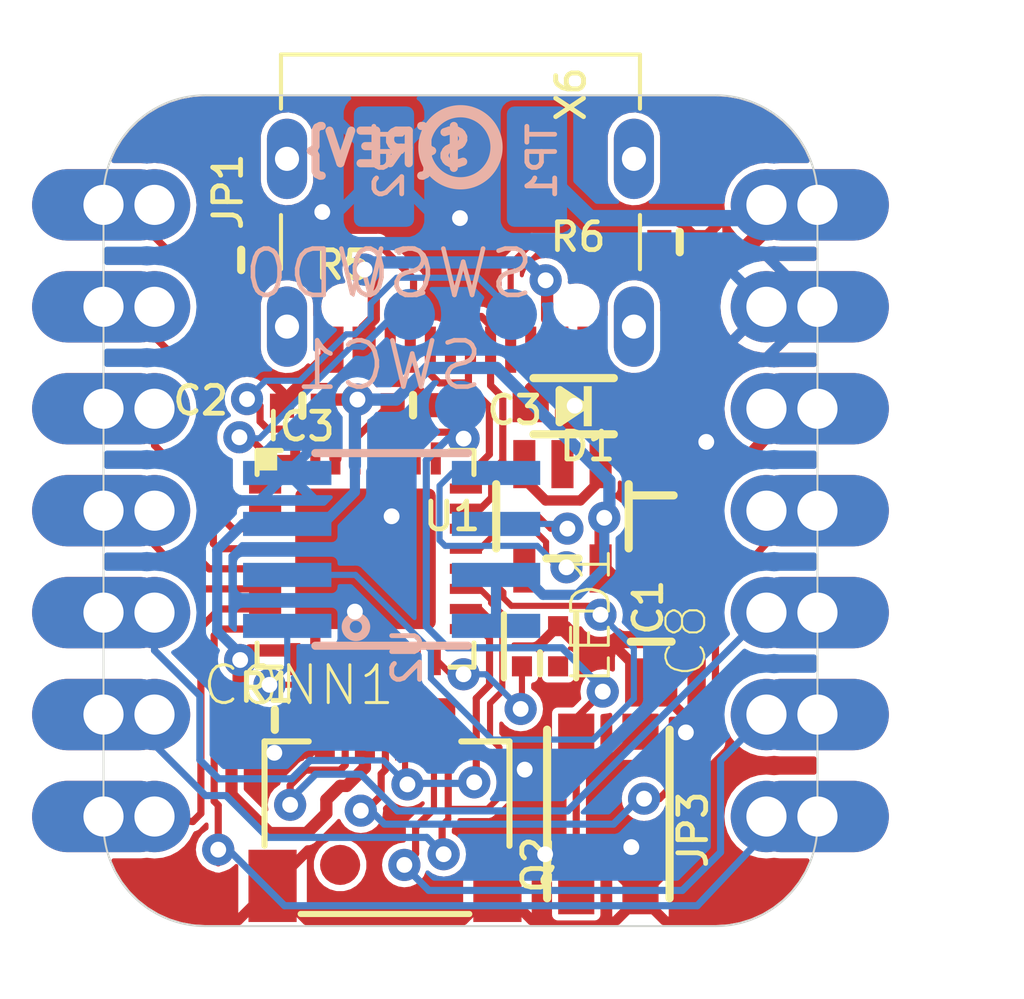
<source format=kicad_pcb>
(kicad_pcb (version 20221018) (generator pcbnew)
  (layers (0 "F.Cu" signal) (1 "In1.Cu" signal) (2 "In2.Cu" signal) (3 "In3.Cu" signal) (4 "In4.Cu" signal) (5 "In5.Cu" signal) (6 "In6.Cu" signal) (7 "In7.Cu" signal) (8 "In8.Cu" signal) (9 "In9.Cu" signal) (10 "In10.Cu" signal) (11 "In11.Cu" signal) (12 "In12.Cu" signal) (13 "In13.Cu" signal) (14 "In14.Cu" signal) (31 "B.Cu" signal) (34 "B.Paste" user) (35 "F.Paste" user) (36 "B.SilkS" user "B.Silkscreen") (37 "F.SilkS" user "F.Silkscreen") (38 "B.Mask" user) (39 "F.Mask" user) (44 "Edge.Cuts" user))
  (net 0 "")
  (net 1 "GND")
  (net 2 "D+")
  (net 3 "D-")
  (net 4 "VBUS")
  (net 5 "~{RESET}")
  (net 6 "3.3V")
  (net 7 "SWCLK")
  (net 8 "SWDIO")
  (net 9 "A0")
  (net 10 "VDDCORE")
  (net 11 "CC1")
  (net 12 "CC2")
  (net 13 "A1")
  (net 14 "TX_A6")
  (net 15 "RX_A7")
  (net 16 "MOSI")
  (net 17 "MISO")
  (net 18 "SCK")
  (net 19 "A2")
  (net 20 "A3")
  (net 21 "SDA")
  (net 22 "SCL")
  (net 23 "NEOPIX")
  (net 24 "NEO_PWR")
  (net 25 "+5V")
  (net 26 "MOSI2")
  (net 27 "SCK2")
  (net 28 "MISO2")
  (net 29 "FLASH_CS")
  (footprint "working:SK6805_1515" (layer "F.Cu") (at 150.4823 108.3818 -90)
    (fp_text reference "LED1")
    (fp_text value "WS2812B_SK6805_1515")
  )
  (footprint "working:_0402NO" (layer "F.Cu") (at 143.0401 98.7552)
    (fp_text reference "R5")
    (fp_text value "5.1K")
  )
  (footprint "working:_0402NO" (layer "F.Cu") (at 153.9621 98.3107 180)
    (fp_text reference "R6")
    (fp_text value "5.1K")
  )
  (footprint "working:1X07_CASTEL" (layer "F.Cu") (at 156.1211 105.0036 90)
    (fp_text reference "JP3")
    (fp_text value "")
  )
  (footprint "working:_0402NO" (layer "F.Cu") (at 144.5641 102.3874 180)
    (fp_text reference "C2")
    (fp_text value "1uF")
  )
  (footprint "working:_0402NO" (layer "F.Cu") (at 147.32 102.3747)
    (fp_text reference "C3")
    (fp_text value "1uF")
  )
  (footprint "working:_0805MP" (layer "F.Cu") (at 153.3017 104.6226 -90)
    (fp_text reference "C1")
    (fp_text value "10uF")
  )
  (footprint "working:SOT23-5" (layer "F.Cu") (at 151.0411 105.1433 180)
    (fp_text reference "U1")
    (fp_text value "AP2112K-3.3")
  )
  (footprint "working:USB_C_CUSB31-CFM2AX-01-X" (layer "F.Cu") (at 148.5011 97.4471 180)
    (fp_text reference "X6")
    (fp_text value "USB TYPE C")
  )
  (footprint "working:BTN_KMR2_4.6X2.8" (layer "F.Cu") (at 152.1841 112.5601 90)
    (fp_text reference "Q2")
    (fp_text value "reset")
  )
  (footprint "working:FIDUCIAL_1MM" (layer "F.Cu") (at 145.5039 113.8301)
    (fp_text reference "U$6" hide)
    (fp_text value "FIDUCIAL_1MM" hide)
  )
  (footprint "working:_0805MP" (layer "F.Cu") (at 153.2509 108.2675 -90)
    (fp_text reference "C8")
    (fp_text value "10uF")
  )
  (footprint "working:FIDUCIAL_1MM" (layer "F.Cu") (at 148.5011 95.6691)
    (fp_text reference "U$8" hide)
    (fp_text value "FIDUCIAL_1MM" hide)
  )
  (footprint "working:_0402NO" (layer "F.Cu") (at 143.8783 110.2106)
    (fp_text reference "R1")
    (fp_text value "5.1K")
  )
  (footprint "working:JST_SH4_SKINNY" (layer "F.Cu") (at 146.6215 112.9665)
    (fp_text reference "CONN1")
    (fp_text value "STEMMA_I2C_QTSKINNY" hide)
  )
  (footprint "working:1X07_CASTEL" (layer "F.Cu") (at 140.8811 105.0036 -90)
    (fp_text reference "JP1")
    (fp_text value "")
  )
  (footprint "working:SOD-323_MINI" (layer "F.Cu") (at 151.3205 102.4001 180)
    (fp_text reference "D1")
    (fp_text value "  NSR0320")
  )
  (footprint "working:QFN32_5MM" (layer "F.Cu") (at 146.136359 106.202482)
    (fp_text reference "IC3")
    (fp_text value "ATSAMD21E")
  )
  (footprint "working:QTPY_TOP" (layer "F.Cu") (at 139.6111 115.3541)
    (fp_text reference "U$13" hide)
    (fp_text value "" hide)
  )
  (footprint "working:B1,27" (layer "B.Cu") (at 148.5011 102.4001 180)
    (fp_text reference "SWC1")
    (fp_text value "TPB1,27")
  )
  (footprint "working:B1,27" (layer "B.Cu") (at 147.2311 100.1141 180)
    (fp_text reference "SWD0")
    (fp_text value "TPB1,27")
  )
  (footprint "working:TESTPOINT_RECT_1X3MM" (layer "B.Cu") (at 150.4061 96.4311 -90)
    (fp_text reference "TP1")
    (fp_text value "")
  )
  (footprint "working:PCBFEAT-REV-040" (layer "B.Cu") (at 148.5011 95.9485 180)
    (fp_text reference "U$12" hide)
    (fp_text value "" hide)
  )
  (footprint "working:TESTPOINT_RECT_1X3MM" (layer "B.Cu") (at 146.5961 96.4311 -90)
    (fp_text reference "TP2")
    (fp_text value "")
  )
  (footprint "working:SOIC8_150MIL" (layer "B.Cu") (at 146.7866 105.9688 90)
    (fp_text reference "U2")
    (fp_text value "")
  )
  (footprint "working:QTPY_BOT" (layer "B.Cu") (at 157.3911 115.3541 180)
    (fp_text reference "U$11" hide)
    (fp_text value "" hide)
  )
  (footprint "working:B1,27" (layer "B.Cu") (at 149.7711 100.1141 180)
    (fp_text reference "SWC0")
    (fp_text value "TPB1,27")
  )
  (gr_line (start 139.6111 112.8141) (end 139.6111 97.1931) (stroke (width 0.05)) (layer "Edge.Cuts"))
  (gr_line (start 154.8511 115.3541) (end 142.1511 115.3541) (stroke (width 0.05)) (layer "Edge.Cuts"))
  (gr_arc (start 154.8511 94.6531) (mid 156.647151 95.397049) (end 157.3911 97.1931) (stroke (width 0.05)) (layer "Edge.Cuts"))
  (gr_line (start 142.1511 94.6531) (end 154.8511 94.6531) (stroke (width 0.05)) (layer "Edge.Cuts"))
  (gr_arc (start 142.1511 115.3541) (mid 140.355049 114.610151) (end 139.6111 112.8141) (stroke (width 0.05)) (layer "Edge.Cuts"))
  (gr_arc (start 139.6111 97.1931) (mid 140.355049 95.397049) (end 142.1511 94.6531) (stroke (width 0.05)) (layer "Edge.Cuts"))
  (gr_line (start 157.3911 97.1931) (end 157.3911 112.8141) (stroke (width 0.05)) (layer "Edge.Cuts"))
  (gr_arc (start 157.3911 112.8141) (mid 156.647151 114.610151) (end 154.8511 115.3541) (stroke (width 0.05)) (layer "Edge.Cuts"))
  (segment (start 145.350643 114.9477) (end 145.351343 114.9484) (width 0.254) (layer "F.Cu") (net 1))
  (segment (start 142.5321 100.5332) (end 142.5321 98.7552) (width 0.254) (layer "F.Cu") (net 1))
  (segment (start 153.0907 108.2753) (end 153.2001 108.1659) (width 0.254) (layer "F.Cu") (net 1))
  (segment (start 143.8215 114.3525) (end 144.4167 114.9477) (width 0.254) (layer "F.Cu") (net 1))
  (segment (start 145.3011 101.0789) (end 145.3011 100.9921) (width 0.3048) (layer "F.Cu") (net 1))
  (segment (start 150.9323 107.8818) (end 151.138 107.8818) (width 0.254) (layer "F.Cu") (net 1))
  (segment (start 146.6596 102.9716) (end 147.2184 102.9716) (width 0.254) (layer "F.Cu") (net 1))
  (segment (start 145.3011 101.0789) (end 144.0561 102.3239) (width 0.3048) (layer "F.Cu") (net 1))
  (segment (start 144.886359 107.452482) (end 146.136359 106.202482) (width 0.254) (layer "F.Cu") (net 1))
  (segment (start 146.386359 105.952482) (end 146.136359 106.202482) (width 0.254) (layer "F.Cu") (net 1))
  (segment (start 147.828 102.3747) (end 147.6121 102.5906) (width 0.254) (layer "F.Cu") (net 1))
  (segment (start 144.70615 111.0361) (end 143.8656 111.0361) (width 0.3048) (layer "F.Cu") (net 1))
  (segment (start 151.138 107.8818) (end 151.5315 108.2753) (width 0.254) (layer "F.Cu") (net 1))
  (segment (start 144.0561 102.3874) (end 144.0561 102.3239) (width 0.3048) (layer "F.Cu") (net 1))
  (segment (start 146.136359 106.202482) (end 146.136359 105.793541) (width 0.254) (layer "F.Cu") (net 1))
  (segment (start 145.090625 110.651625) (end 144.70615 111.0361) (width 0.3048) (layer "F.Cu") (net 1))
  (segment (start 148.8256 114.9484) (end 149.4215 114.3525) (width 0.254) (layer "F.Cu") (net 1))
  (segment (start 153.2001 108.1659) (end 153.2255 108.1659) (width 0.254) (layer "F.Cu") (net 1))
  (segment (start 144.0561 102.3874) (end 144.0561 102.0572) (width 0.254) (layer "F.Cu") (net 1))
  (segment (start 146.386359 103.702482) (end 146.386359 105.952482) (width 0.254) (layer "F.Cu") (net 1))
  (segment (start 145.038759 110.390638) (end 145.1215 110.4525) (width 0.254) (layer "F.Cu") (net 1))
  (segment (start 153.2255 108.1659) (end 153.2509 108.1913) (width 0.254) (layer "F.Cu") (net 1))
  (segment (start 145.351343 114.9484) (end 148.8256 114.9484) (width 0.254) (layer "F.Cu") (net 1))
  (segment (start 144.886359 108.702482) (end 144.886359 107.452482) (width 0.254) (layer "F.Cu") (net 1))
  (segment (start 145.1215 110.4525) (end 145.090625 110.651625) (width 0.3048) (layer "F.Cu") (net 1))
  (segment (start 146.136359 105.793541) (end 146.7866 105.1433) (width 0.254) (layer "F.Cu") (net 1))
  (segment (start 157.3911 99.9236) (end 156.1211 99.9236) (width 0.4064) (layer "F.Cu") (net 1))
  (segment (start 153.2509 108.1913) (end 153.2509 109.2835) (width 0.254) (layer "F.Cu") (net 1))
  (segment (start 151.5315 108.2753) (end 153.0907 108.2753) (width 0.254) (layer "F.Cu") (net 1))
  (segment (start 146.386359 103.244841) (end 146.6596 102.9716) (width 0.254) (layer "F.Cu") (net 1))
  (segment (start 144.4167 114.9477) (end 145.350643 114.9477) (width 0.254) (layer "F.Cu") (net 1))
  (segment (start 147.6121 102.5906) (end 147.5994 102.5906) (width 0.254) (layer "F.Cu") (net 1))
  (segment (start 146.386359 103.702482) (end 146.386359 103.244841) (width 0.254) (layer "F.Cu") (net 1))
  (segment (start 147.5994 102.5906) (end 147.2184 102.9716) (width 0.254) (layer "F.Cu") (net 1))
  (segment (start 144.0561 102.0572) (end 142.5321 100.5332) (width 0.254) (layer "F.Cu") (net 1))
  (via (at 150.6093 113.5634) (size 0.8001) (drill 0.3937) (layers "F.Cu" "B.Cu") (net 1))
  (via (at 148.4884 97.7138) (size 0.8001) (drill 0.3937) (layers "F.Cu" "B.Cu") (net 1))
  (via (at 154.1145 110.5281) (size 0.8001) (drill 0.3937) (layers "F.Cu" "B.Cu") (net 1))
  (via (at 145.0594 97.5614) (size 0.8001) (drill 0.3937) (layers "F.Cu" "B.Cu") (net 1))
  (via (at 150.1013 111.4552) (size 0.8001) (drill 0.3937) (layers "F.Cu" "B.Cu") (net 1))
  (via (at 143.8656 111.0361) (size 0.8001) (drill 0.3937) (layers "F.Cu" "B.Cu") (net 1))
  (via (at 146.7866 105.1433) (size 0.8001) (drill 0.3937) (layers "F.Cu" "B.Cu") (net 1))
  (via (at 145.8722 107.5182) (size 0.8001) (drill 0.3937) (layers "F.Cu" "B.Cu") (net 1))
  (via (at 151.3459 102.3874) (size 0.8001) (drill 0.3937) (layers "F.Cu" "B.Cu") (net 1))
  (via (at 152.7556 113.3856) (size 0.8001) (drill 0.3937) (layers "F.Cu" "B.Cu") (net 1))
  (via (at 154.6225 103.2891) (size 0.8001) (drill 0.3937) (layers "F.Cu" "B.Cu") (net 1))
  (segment (start 147.9677 101.8207) (end 148.628459 101.8207) (width 0.1778) (layer "F.Cu") (net 2))
  (segment (start 149.220559 103.601582) (end 148.636359 104.185782) (width 0.1778) (layer "F.Cu") (net 2))
  (segment (start 147.7511 101.6041) (end 147.9677 101.8207) (width 0.1778) (layer "F.Cu") (net 2))
  (segment (start 148.628459 101.8207) (end 148.699859 101.8921) (width 0.1778) (layer "F.Cu") (net 2))
  (segment (start 147.7511 100.9921) (end 147.7511 101.6041) (width 0.1778) (layer "F.Cu") (net 2))
  (segment (start 148.699859 101.043341) (end 148.7511 100.9921) (width 0.1778) (layer "F.Cu") (net 2))
  (segment (start 149.220559 103.601582) (end 149.220559 102.4128) (width 0.1778) (layer "F.Cu") (net 2))
  (segment (start 148.636359 104.452482) (end 148.636359 104.185782) (width 0.1778) (layer "F.Cu") (net 2))
  (segment (start 149.220559 102.4128) (end 148.699859 101.8921) (width 0.1778) (layer "F.Cu") (net 2))
  (segment (start 148.699859 101.8921) (end 148.699859 101.043341) (width 0.1778) (layer "F.Cu") (net 2))
  (segment (start 148.643062 104.945779) (end 148.636359 104.952482) (width 0.1778) (layer "F.Cu") (net 3))
  (segment (start 149.0218 100.1649) (end 149.2511 100.3942) (width 0.1778) (layer "F.Cu") (net 3))
  (segment (start 149.2511 100.9921) (end 149.2511 101.8811) (width 0.1778) (layer "F.Cu") (net 3))
  (segment (start 149.009309 104.945779) (end 148.643062 104.945779) (width 0.1778) (layer "F.Cu") (net 3))
  (segment (start 148.4757 100.1649) (end 149.0218 100.1649) (width 0.1778) (layer "F.Cu") (net 3))
  (segment (start 148.2511 100.9921) (end 148.2511 100.3895) (width 0.1778) (layer "F.Cu") (net 3))
  (segment (start 149.2511 101.8811) (end 149.5552 102.1852) (width 0.1778) (layer "F.Cu") (net 3))
  (segment (start 148.2511 100.3895) (end 148.4757 100.1649) (width 0.1778) (layer "F.Cu") (net 3))
  (segment (start 149.2511 100.3942) (end 149.2511 100.9921) (width 0.1778) (layer "F.Cu") (net 3))
  (segment (start 149.5552 102.1852) (end 149.5552 103.759) (width 0.1778) (layer "F.Cu") (net 3))
  (segment (start 149.277659 104.677429) (end 149.009309 104.945779) (width 0.1778) (layer "F.Cu") (net 3))
  (segment (start 149.277659 104.036541) (end 149.277659 104.677429) (width 0.1778) (layer "F.Cu") (net 3))
  (segment (start 149.5552 103.759) (end 149.277659 104.036541) (width 0.1778) (layer "F.Cu") (net 3))
  (segment (start 150.3426 101.8719) (end 150.2505 101.964) (width 0.3048) (layer "F.Cu") (net 4))
  (segment (start 150.2505 101.964) (end 150.2505 102.4001) (width 0.3048) (layer "F.Cu") (net 4))
  (segment (start 150.622 99.2632) (end 150.6597 99.3009) (width 0.3048) (layer "F.Cu") (net 4))
  (segment (start 150.6597 100.220057) (end 150.9011 100.461457) (width 0.3048) (layer "F.Cu") (net 4))
  (segment (start 150.51485 101.8719) (end 150.3426 101.8719) (width 0.3048) (layer "F.Cu") (net 4))
  (segment (start 150.6597 99.3009) (end 150.6597 100.220057) (width 0.3048) (layer "F.Cu") (net 4))
  (segment (start 150.9011 100.9921) (end 150.9011 101.48565) (width 0.3048) (layer "F.Cu") (net 4))
  (segment (start 150.9011 100.461457) (end 150.9011 100.9921) (width 0.3048) (layer "F.Cu") (net 4))
  (segment (start 150.9011 101.48565) (end 150.51485 101.8719) (width 0.3048) (layer "F.Cu") (net 4))
  (segment (start 146.1011 100.461457) (end 146.3425 100.220057) (width 0.3048) (layer "F.Cu") (net 4))
  (segment (start 146.3425 99.2255) (end 146.1135 98.9965) (width 0.3048) (layer "F.Cu") (net 4))
  (segment (start 146.1011 100.9921) (end 146.1011 100.461457) (width 0.3048) (layer "F.Cu") (net 4))
  (segment (start 146.3425 100.220057) (end 146.3425 99.2255) (width 0.3048) (layer "F.Cu") (net 4))
  (via (at 150.622 99.2632) (size 0.8001) (drill 0.3937) (layers "F.Cu" "B.Cu") (net 4))
  (via (at 146.1135 98.9965) (size 0.8001) (drill 0.3937) (layers "F.Cu" "B.Cu") (net 4))
  (segment (start 150.1775 98.8187) (end 146.2913 98.8187) (width 0.3048) (layer "B.Cu") (net 4))
  (segment (start 146.2913 98.8187) (end 146.1135 98.9965) (width 0.3048) (layer "B.Cu") (net 4))
  (segment (start 150.1775 98.8187) (end 150.622 99.2632) (width 0.3048) (layer "B.Cu") (net 4))
  (segment (start 151.3232 110.2333) (end 151.3232 110.4492) (width 0.1778) (layer "F.Cu") (net 5))
  (segment (start 151.3232 110.4492) (end 151.3841 110.5101) (width 0.1778) (layer "F.Cu") (net 5))
  (segment (start 151.2063 110.3323) (end 151.3232 110.4492) (width 0.1778) (layer "F.Cu") (net 5))
  (segment (start 151.3841 110.5101) (end 151.3841 114.6101) (width 0.1778) (layer "F.Cu") (net 5))
  (segment (start 147.6756 103.0478) (end 148.419043 103.0478) (width 0.1778) (layer "F.Cu") (net 5))
  (segment (start 148.419043 103.0478) (end 148.579212 103.207969) (width 0.1778) (layer "F.Cu") (net 5))
  (segment (start 147.386359 103.702482) (end 147.386359 103.337041) (width 0.1778) (layer "F.Cu") (net 5))
  (segment (start 147.6756 103.0478) (end 147.386359 103.337041) (width 0.1778) (layer "F.Cu") (net 5))
  (segment (start 152.0444 109.5121) (end 151.3232 110.2333) (width 0.1778) (layer "F.Cu") (net 5))
  (via (at 152.0444 109.5121) (size 0.8001) (drill 0.3937) (layers "F.Cu" "B.Cu") (net 5))
  (via (at 148.579212 103.207969) (size 0.8001) (drill 0.3937) (layers "F.Cu" "B.Cu") (net 5))
  (segment (start 148.188531 103.207969) (end 147.6502 103.7463) (width 0.1778) (layer "B.Cu") (net 5))
  (segment (start 148.5011 102.4001) (end 148.5011 103.129857) (width 0.2032) (layer "B.Cu") (net 5))
  (segment (start 147.6502 103.7463) (end 147.6502 107.8865) (width 0.1778) (layer "B.Cu") (net 5))
  (segment (start 152.0444 109.4359) (end 152.0444 109.5121) (width 0.1778) (layer "B.Cu") (net 5))
  (segment (start 147.6502 107.8865) (end 148.1836 108.4199) (width 0.1778) (layer "B.Cu") (net 5))
  (segment (start 148.579212 103.207969) (end 148.188531 103.207969) (width 0.1778) (layer "B.Cu") (net 5))
  (segment (start 152.0444 109.4359) (end 151.0284 108.4199) (width 0.1778) (layer "B.Cu") (net 5))
  (segment (start 148.5011 103.129857) (end 148.579212 103.207969) (width 0.2032) (layer "B.Cu") (net 5))
  (segment (start 148.1836 108.4199) (end 151.0284 108.4199) (width 0.1778) (layer "B.Cu") (net 5))
  (segment (start 144.386359 108.702482) (end 144.170459 108.486582) (width 0.3048) (layer "F.Cu") (net 6))
  (segment (start 145.0721 102.5271) (end 145.0721 102.3874) (width 0.3048) (layer "F.Cu") (net 6))
  (segment (start 142.7988 112.0902) (end 142.7988 110.7821) (width 0.3048) (layer "F.Cu") (net 6))
  (segment (start 145.5039 111.8616) (end 145.666981 111.8616) (width 0.3048) (layer "F.Cu") (net 6))
  (segment (start 151.9911 106.4434) (end 152.1054 106.4434) (width 0.3048) (layer "F.Cu") (net 6))
  (segment (start 153.2509 107.2515) (end 153.9113 107.2515) (width 0.3048) (layer "F.Cu") (net 6))
  (segment (start 155.9799 102.616569) (end 156.1211 102.4636) (width 0.3048) (layer "F.Cu") (net 6))
  (segment (start 142.9766 109.601) (end 142.9766 109.8169) (width 0.254) (layer "F.Cu") (net 6))
  (segment (start 154.9146 106.2482) (end 154.9146 104.474432) (width 0.3048) (layer "F.Cu") (net 6))
  (segment (start 143.0147 108.7247) (end 142.9766 108.7628) (width 0.3048) (layer "F.Cu") (net 6))
  (segment (start 145.16095 112.54745) (end 145.16095 112.20455) (width 0.3048) (layer "F.Cu") (net 6))
  (segment (start 143.3703 110.2106) (end 142.9766 109.8169) (width 0.254) (layer "F.Cu") (net 6))
  (segment (start 143.252818 108.486582) (end 143.0147 108.7247) (width 0.3048) (layer "F.Cu") (net 6))
  (segment (start 156.1211 102.4636) (end 156.1211 103.167394) (width 0.3048) (layer "F.Cu") (net 6))
  (segment (start 145.16095 112.20455) (end 145.5039 111.8616) (width 0.3048) (layer "F.Cu") (net 6))
  (segment (start 156.1211 103.167394) (end 154.9146 104.474432) (width 0.3048) (layer "F.Cu") (net 6))
  (segment (start 146.1215 111.407082) (end 146.1215 110.4525) (width 0.3048) (layer "F.Cu") (net 6))
  (segment (start 145.666981 111.8616) (end 146.1215 111.407082) (width 0.3048) (layer "F.Cu") (net 6))
  (segment (start 145.9357 102.235) (end 145.2245 102.235) (width 0.3048) (layer "F.Cu") (net 6))
  (segment (start 157.3911 102.4636) (end 156.132868 102.4636) (width 0.3048) (layer "F.Cu") (net 6))
  (segment (start 145.386359 102.84136) (end 145.0721 102.5271) (width 0.3048) (layer "F.Cu") (net 6))
  (segment (start 142.9766 108.7628) (end 142.9766 109.601) (width 0.3048) (layer "F.Cu") (net 6))
  (segment (start 142.7988 110.7821) (end 143.3703 110.2106) (width 0.3048) (layer "F.Cu") (net 6))
  (segment (start 145.0721 102.3874) (end 145.2245 102.235) (width 0.3048) (layer "F.Cu") (net 6))
  (segment (start 156.132868 102.4636) (end 155.9799 102.616569) (width 0.3048) (layer "F.Cu") (net 6))
  (segment (start 154.9146 106.2482) (end 153.9113 107.2515) (width 0.3048) (layer "F.Cu") (net 6))
  (segment (start 152.9135 107.2515) (end 152.1054 106.4434) (width 0.3048) (layer "F.Cu") (net 6))
  (segment (start 144.170459 108.486582) (end 143.252818 108.486582) (width 0.3048) (layer "F.Cu") (net 6))
  (segment (start 152.0825 105.1814) (end 151.9911 105.2728) (width 0.3048) (layer "F.Cu") (net 6))
  (segment (start 144.67205 113.03635) (end 143.74495 113.03635) (width 0.3048) (layer "F.Cu") (net 6))
  (segment (start 144.67205 113.03635) (end 145.16095 112.54745) (width 0.3048) (layer "F.Cu") (net 6))
  (segment (start 153.2509 107.2515) (end 152.9135 107.2515) (width 0.3048) (layer "F.Cu") (net 6))
  (segment (start 151.9911 105.2728) (end 151.9911 106.4434) (width 0.3048) (layer "F.Cu") (net 6))
  (segment (start 143.74495 113.03635) (end 142.7988 112.0902) (width 0.3048) (layer "F.Cu") (net 6))
  (segment (start 145.386359 103.702482) (end 145.386359 102.84136) (width 0.3048) (layer "F.Cu") (net 6))
  (via (at 152.0825 105.1814) (size 0.8001) (drill 0.3937) (layers "F.Cu" "B.Cu") (net 6))
  (via (at 143.0147 108.7247) (size 0.8001) (drill 0.3937) (layers "F.Cu" "B.Cu") (net 6))
  (via (at 145.9357 102.235) (size 0.8001) (drill 0.3937) (layers "F.Cu" "B.Cu") (net 6))
  (segment (start 149.3866 107.8738) (end 149.3866 106.6038) (width 0.254) (layer "B.Cu") (net 6))
  (segment (start 142.9385 108.4961) (end 142.9385 108.6485) (width 0.254) (layer "B.Cu") (net 6))
  (segment (start 142.9385 108.4961) (end 142.4432 108.0008) (width 0.254) (layer "B.Cu") (net 6))
  (segment (start 152.0825 106.4387) (end 152.0825 105.1814) (width 0.254) (layer "B.Cu") (net 6))
  (segment (start 152.0825 105.1814) (end 152.2095 105.0544) (width 0.3048) (layer "B.Cu") (net 6))
  (segment (start 145.8722 103.886) (end 145.8722 104.5337) (width 0.254) (layer "B.Cu") (net 6))
  (segment (start 151.4221 107.0991) (end 152.0825 106.4387) (width 0.254) (layer "B.Cu") (net 6))
  (segment (start 145.8722 102.2985) (end 145.8722 103.886) (width 0.3048) (layer "B.Cu") (net 6))
  (segment (start 152.2095 104.2543) (end 149.4028 101.4476) (width 0.3048) (layer "B.Cu") (net 6))
  (segment (start 145.0721 105.3338) (end 144.1866 105.3338) (width 0.254) (layer "B.Cu") (net 6))
  (segment (start 152.2095 104.2543) (end 152.2095 105.0544) (width 0.3048) (layer "B.Cu") (net 6))
  (segment (start 143.0147 108.7247) (end 142.9385 108.6485) (width 0.254) (layer "B.Cu") (net 6))
  (segment (start 142.4432 108.0008) (end 142.4432 105.9815) (width 0.254) (layer "B.Cu") (net 6))
  (segment (start 145.8722 104.5337) (end 145.0721 105.3338) (width 0.254) (layer "B.Cu") (net 6))
  (segment (start 150.5585 107.0991) (end 151.4221 107.0991) (width 0.254) (layer "B.Cu") (net 6))
  (segment (start 147.6883 101.4476) (end 146.9009 102.235) (width 0.3048) (layer "B.Cu") (net 6))
  (segment (start 147.6883 101.4476) (end 149.4028 101.4476) (width 0.3048) (layer "B.Cu") (net 6))
  (segment (start 143.0909 105.3338) (end 144.1866 105.3338) (width 0.254) (layer "B.Cu") (net 6))
  (segment (start 146.9009 102.235) (end 145.9357 102.235) (width 0.3048) (layer "B.Cu") (net 6))
  (segment (start 145.9357 102.235) (end 145.8722 102.2985) (width 0.3048) (layer "B.Cu") (net 6))
  (segment (start 149.3866 106.6038) (end 150.0632 106.6038) (width 0.254) (layer "B.Cu") (net 6))
  (segment (start 150.0632 106.6038) (end 150.5585 107.0991) (width 0.254) (layer "B.Cu") (net 6))
  (segment (start 142.4432 105.9815) (end 143.0909 105.3338) (width 0.254) (layer "B.Cu") (net 6))
  (segment (start 143.338918 102.223513) (end 143.185781 102.223513) (width 0.1778) (layer "F.Cu") (net 7))
  (segment (start 144.886359 102.9716) (end 143.7005 102.9716) (width 0.1778) (layer "F.Cu") (net 7))
  (segment (start 143.51 102.7811) (end 143.51 102.394594) (width 0.1778) (layer "F.Cu") (net 7))
  (segment (start 143.7005 102.9716) (end 143.51 102.7811) (width 0.1778) (layer "F.Cu") (net 7))
  (segment (start 143.51 102.394594) (end 143.338918 102.223513) (width 0.1778) (layer "F.Cu") (net 7))
  (segment (start 144.886359 103.702482) (end 144.886359 102.9716) (width 0.1778) (layer "F.Cu") (net 7))
  (via (at 143.185781 102.223513) (size 0.8001) (drill 0.3937) (layers "F.Cu" "B.Cu") (net 7))
  (segment (start 146.9136 99.1997) (end 146.2663 99.847) (width 0.1524) (layer "B.Cu") (net 7))
  (segment (start 148.9456 99.1997) (end 146.9136 99.1997) (width 0.1524) (layer "B.Cu") (net 7))
  (segment (start 143.642981 101.766313) (end 144.500131 101.766313) (width 0.1524) (layer "B.Cu") (net 7))
  (segment (start 146.2663 100.2153) (end 145.8722 100.6094) (width 0.1524) (layer "B.Cu") (net 7))
  (segment (start 149.7711 100.1141) (end 149.5806 99.8347) (width 0.1524) (layer "B.Cu") (net 7))
  (segment (start 149.5806 99.8347) (end 148.9456 99.1997) (width 0.1524) (layer "B.Cu") (net 7))
  (segment (start 145.8722 100.6094) (end 145.657043 100.6094) (width 0.1524) (layer "B.Cu") (net 7))
  (segment (start 143.185781 102.223513) (end 143.642981 101.766313) (width 0.1524) (layer "B.Cu") (net 7))
  (segment (start 146.2663 99.847) (end 146.2663 100.2153) (width 0.1524) (layer "B.Cu") (net 7))
  (segment (start 144.500131 101.766313) (end 145.657043 100.6094) (width 0.1524) (layer "B.Cu") (net 7))
  (segment (start 144.386359 103.702482) (end 143.764631 103.702482) (width 0.1778) (layer "F.Cu") (net 8))
  (segment (start 142.99565 103.1748) (end 143.23695 103.1748) (width 0.1778) (layer "F.Cu") (net 8))
  (segment (start 143.764631 103.702482) (end 143.23695 103.1748) (width 0.1778) (layer "F.Cu") (net 8))
  (via (at 142.99565 103.1748) (size 0.8001) (drill 0.3937) (layers "F.Cu" "B.Cu") (net 8))
  (segment (start 142.99565 103.1748) (end 143.02105 103.2002) (width 0.1524) (layer "B.Cu") (net 8))
  (segment (start 146.0627 100.9142) (end 145.7833 100.9142) (width 0.1524) (layer "B.Cu") (net 8))
  (segment (start 146.8628 100.1141) (end 146.0627 100.9142) (width 0.1778) (layer "B.Cu") (net 8))
  (segment (start 147.2311 100.1141) (end 146.8628 100.1141) (width 0.1778) (layer "B.Cu") (net 8))
  (segment (start 145.7833 100.9142) (end 143.4973 103.2002) (width 0.1524) (layer "B.Cu") (net 8))
  (segment (start 143.4973 103.2002) (end 143.02105 103.2002) (width 0.1524) (layer "B.Cu") (net 8))
  (segment (start 139.6111 97.3836) (end 140.8811 97.3836) (width 0.4064) (layer "F.Cu") (net 9))
  (segment (start 142.830875 105.452482) (end 142.6845 105.306107) (width 0.1778) (layer "F.Cu") (net 9))
  (segment (start 140.8811 97.3836) (end 140.8811 98.1837) (width 0.1778) (layer "F.Cu") (net 9))
  (segment (start 142.0241 99.3267) (end 140.8811 98.1837) (width 0.1778) (layer "F.Cu") (net 9))
  (segment (start 142.6845 104.0892) (end 142.3543 103.759) (width 0.1778) (layer "F.Cu") (net 9))
  (segment (start 142.3543 103.759) (end 142.3543 101.6508) (width 0.1778) (layer "F.Cu") (net 9))
  (segment (start 142.6845 105.306107) (end 142.6845 104.0892) (width 0.1778) (layer "F.Cu") (net 9))
  (segment (start 142.3543 101.6508) (end 142.0241 101.3206) (width 0.1778) (layer "F.Cu") (net 9))
  (segment (start 143.636359 105.452482) (end 142.830875 105.452482) (width 0.1778) (layer "F.Cu") (net 9))
  (segment (start 142.0241 99.3267) (end 142.0241 101.3206) (width 0.1778) (layer "F.Cu") (net 9))
  (segment (start 145.886359 103.702482) (end 145.886359 103.211441) (width 0.1778) (layer "F.Cu") (net 10))
  (segment (start 146.812 102.3747) (end 146.7231 102.3747) (width 0.1778) (layer "F.Cu") (net 10))
  (segment (start 146.7231 102.3747) (end 145.886359 103.211441) (width 0.1778) (layer "F.Cu") (net 10))
  (segment (start 149.7511 98.8641) (end 150.3045 98.3107) (width 0.1524) (layer "F.Cu") (net 11))
  (segment (start 150.3045 98.3107) (end 153.4541 98.3107) (width 0.1524) (layer "F.Cu") (net 11))
  (segment (start 149.7511 100.9921) (end 149.7511 98.8641) (width 0.1524) (layer "F.Cu") (net 11))
  (segment (start 146.4564 98.3488) (end 143.9545 98.3488) (width 0.1778) (layer "F.Cu") (net 12))
  (segment (start 146.4564 98.3488) (end 147.3327 99.2251) (width 0.1778) (layer "F.Cu") (net 12))
  (segment (start 147.3327 99.2251) (end 147.3327 99.7755) (width 0.1778) (layer "F.Cu") (net 12))
  (segment (start 147.3327 99.7755) (end 146.7511 100.3571) (width 0.1778) (layer "F.Cu") (net 12))
  (segment (start 146.7511 100.9921) (end 146.7511 100.3571) (width 0.1778) (layer "F.Cu") (net 12))
  (segment (start 143.9545 98.3488) (end 143.5481 98.7552) (width 0.1778) (layer "F.Cu") (net 12))
  (segment (start 140.8811 99.9236) (end 140.9573 100.1268) (width 0.1778) (layer "F.Cu") (net 13))
  (segment (start 140.9573 100.748357) (end 142.0241 101.815157) (width 0.1778) (layer "F.Cu") (net 13))
  (segment (start 143.636359 105.952482) (end 142.475275 105.952482) (width 0.1778) (layer "F.Cu") (net 13))
  (segment (start 142.475275 105.952482) (end 142.347362 105.824569) (width 0.1778) (layer "F.Cu") (net 13))
  (segment (start 142.0241 104.0384) (end 142.0241 101.815157) (width 0.1778) (layer "F.Cu") (net 13))
  (segment (start 140.9573 100.1268) (end 140.9573 100.748357) (width 0.1778) (layer "F.Cu") (net 13))
  (segment (start 139.6111 99.9236) (end 140.8811 99.9236) (width 0.4064) (layer "F.Cu") (net 13))
  (segment (start 142.347362 105.824569) (end 142.347362 104.361663) (width 0.1778) (layer "F.Cu") (net 13))
  (segment (start 142.347362 104.361663) (end 142.0241 104.0384) (width 0.1778) (layer "F.Cu") (net 13))
  (segment (start 143.636359 107.452482) (end 142.496218 107.452482) (width 0.1778) (layer "F.Cu") (net 14))
  (segment (start 142.496218 107.452482) (end 142.0368 107.9119) (width 0.1778) (layer "F.Cu") (net 14))
  (segment (start 142.0368 107.9119) (end 142.0368 112.5474) (width 0.1778) (layer "F.Cu") (net 14))
  (segment (start 141.8336 112.7506) (end 140.8811 112.6236) (width 0.1778) (layer "F.Cu") (net 14))
  (segment (start 142.0368 112.5474) (end 141.8336 112.7506) (width 0.1778) (layer "F.Cu") (net 14))
  (segment (start 139.6111 112.6236) (end 140.8811 112.6236) (width 0.4064) (layer "F.Cu") (net 14))
  (segment (start 142.4686 112.3442) (end 142.367 112.2426) (width 0.1778) (layer "F.Cu") (net 15))
  (segment (start 142.367 108.1151) (end 142.367 112.2426) (width 0.1778) (layer "F.Cu") (net 15))
  (segment (start 142.4686 112.3442) (end 142.4686 113.4491) (width 0.1778) (layer "F.Cu") (net 15))
  (segment (start 143.636359 107.952482) (end 142.529618 107.952482) (width 0.1778) (layer "F.Cu") (net 15))
  (segment (start 142.4686 113.7793) (end 142.4686 113.4491) (width 0.1778) (layer "F.Cu") (net 15))
  (segment (start 157.3911 112.6236) (end 156.1211 112.6236) (width 0.4064) (layer "F.Cu") (net 15))
  (segment (start 142.529618 107.952482) (end 142.367 108.1151) (width 0.1778) (layer "F.Cu") (net 15))
  (via (at 142.4686 113.4491) (size 0.8001) (drill 0.3937) (layers "F.Cu" "B.Cu") (net 15))
  (segment (start 144.1196 114.8461) (end 142.7226 113.4491) (width 0.1778) (layer "B.Cu") (net 15))
  (segment (start 142.4686 113.4491) (end 142.7226 113.4491) (width 0.1778) (layer "B.Cu") (net 15))
  (segment (start 144.1196 114.8461) (end 154.399343 114.8461) (width 0.1778) (layer "B.Cu") (net 15))
  (segment (start 156.1211 113.019994) (end 156.1211 112.6236) (width 0.1778) (layer "B.Cu") (net 15))
  (segment (start 156.1211 113.019994) (end 154.399343 114.8461) (width 0.1778) (layer "B.Cu") (net 15))
  (segment (start 157.3911 105.0036) (end 156.1211 105.0036) (width 0.4064) (layer "F.Cu") (net 16))
  (segment (start 146.5262 112.09655) (end 146.1452 112.47755) (width 0.1778) (layer "F.Cu") (net 16))
  (segment (start 146.5262 111.56315) (end 146.5262 112.09655) (width 0.1778) (layer "F.Cu") (net 16))
  (segment (start 156.1211 105.8164) (end 154.8511 107.2134) (width 0.1778) (layer "F.Cu") (net 16))
  (segment (start 146.5262 111.56315) (end 146.630959 111.458391) (width 0.1778) (layer "F.Cu") (net 16))
  (segment (start 146.630959 109.57236) (end 146.3675 109.3089) (width 0.1778) (layer "F.Cu") (net 16))
  (segment (start 146.0182 112.47755) (end 146.1452 112.47755) (width 0.1778) (layer "F.Cu") (net 16))
  (segment (start 154.8511 110.7821) (end 153.4541 112.1791) (width 0.1778) (layer "F.Cu") (net 16))
  (segment (start 146.3675 108.721341) (end 146.386359 108.702482) (width 0.1778) (layer "F.Cu") (net 16))
  (segment (start 154.8511 110.7821) (end 154.8511 107.2134) (width 0.1778) (layer "F.Cu") (net 16))
  (segment (start 156.1211 105.0036) (end 156.1211 105.8164) (width 0.1778) (layer "F.Cu") (net 16))
  (segment (start 146.630959 111.458391) (end 146.630959 109.57236) (width 0.1778) (layer "F.Cu") (net 16))
  (segment (start 153.0731 112.1791) (end 153.4541 112.1791) (width 0.1778) (layer "F.Cu") (net 16))
  (segment (start 146.3675 109.3089) (end 146.3675 108.721341) (width 0.1778) (layer "F.Cu") (net 16))
  (via (at 153.0731 112.1791) (size 0.8001) (drill 0.3937) (layers "F.Cu" "B.Cu") (net 16))
  (via (at 146.0182 112.47755) (size 0.8001) (drill 0.3937) (layers "F.Cu" "B.Cu") (net 16))
  (segment (start 153.0096 112.1156) (end 153.0731 112.1791) (width 0.1778) (layer "B.Cu") (net 16))
  (segment (start 146.60875 112.8141) (end 152.3111 112.8141) (width 0.1778) (layer "B.Cu") (net 16))
  (segment (start 146.60875 112.8141) (end 146.2722 112.47755) (width 0.1778) (layer "B.Cu") (net 16))
  (segment (start 152.3111 112.8141) (end 153.0096 112.1156) (width 0.1778) (layer "B.Cu") (net 16))
  (segment (start 146.2722 112.47755) (end 146.0182 112.47755) (width 0.1778) (layer "B.Cu") (net 16))
  (segment (start 145.5039 111.4679) (end 144.6403 111.4679) (width 0.1778) (layer "F.Cu") (net 17))
  (segment (start 144.2593 111.8489) (end 144.2593 112.3315) (width 0.1778) (layer "F.Cu") (net 17))
  (segment (start 157.3911 107.5436) (end 156.1211 107.5436) (width 0.4064) (layer "F.Cu") (net 17))
  (segment (start 145.886359 109.143591) (end 145.6302 109.39975) (width 0.1778) (layer "F.Cu") (net 17))
  (segment (start 145.6302 109.39975) (end 145.6302 111.3416) (width 0.1778) (layer "F.Cu") (net 17))
  (segment (start 145.6302 111.3416) (end 145.5039 111.4679) (width 0.1778) (layer "F.Cu") (net 17))
  (segment (start 145.886359 108.702482) (end 145.886359 109.143591) (width 0.1778) (layer "F.Cu") (net 17))
  (segment (start 144.6403 111.4679) (end 144.2593 111.8489) (width 0.1778) (layer "F.Cu") (net 17))
  (via (at 144.2593 112.3315) (size 0.8001) (drill 0.3937) (layers "F.Cu" "B.Cu") (net 17))
  (segment (start 144.8943 111.5695) (end 146.019293 111.5695) (width 0.1778) (layer "B.Cu") (net 17))
  (segment (start 144.2593 112.2045) (end 144.8943 111.5695) (width 0.1778) (layer "B.Cu") (net 17))
  (segment (start 156.1084 107.5436) (end 156.1211 107.5436) (width 0.1778) (layer "B.Cu") (net 17))
  (segment (start 151.1681 112.4839) (end 156.1084 107.5436) (width 0.1778) (layer "B.Cu") (net 17))
  (segment (start 146.019293 111.5695) (end 146.933693 112.4839) (width 0.1778) (layer "B.Cu") (net 17))
  (segment (start 146.933693 112.4839) (end 151.1681 112.4839) (width 0.1778) (layer "B.Cu") (net 17))
  (segment (start 144.2593 112.3315) (end 144.2593 112.2045) (width 0.1778) (layer "B.Cu") (net 17))
  (segment (start 146.886359 109.14196) (end 147.1679 109.4235) (width 0.1524) (layer "F.Cu") (net 18))
  (segment (start 147.3835 112.8903) (end 147.3835 113.5507) (width 0.1778) (layer "F.Cu") (net 18))
  (segment (start 147.6001 111.2781) (end 147.8407 111.5187) (width 0.1524) (layer "F.Cu") (net 18))
  (segment (start 147.1679 109.4235) (end 147.516987 109.4235) (width 0.1524) (layer "F.Cu") (net 18))
  (segment (start 157.3911 110.0836) (end 156.1211 110.0836) (width 0.4064) (layer "F.Cu") (net 18))
  (segment (start 146.886359 108.702482) (end 146.886359 109.14196) (width 0.1524) (layer "F.Cu") (net 18))
  (segment (start 147.8407 111.5187) (end 147.8407 112.4331) (width 0.1524) (layer "F.Cu") (net 18))
  (segment (start 147.6001 109.506613) (end 147.6001 111.2781) (width 0.1524) (layer "F.Cu") (net 18))
  (segment (start 147.516987 109.4235) (end 147.6001 109.506613) (width 0.1524) (layer "F.Cu") (net 18))
  (segment (start 147.8407 112.4331) (end 147.3835 112.8903) (width 0.1778) (layer "F.Cu") (net 18))
  (segment (start 147.1041 113.8301) (end 147.3835 113.5507) (width 0.1778) (layer "F.Cu") (net 18))
  (via (at 147.1041 113.8301) (size 0.8001) (drill 0.3937) (layers "F.Cu" "B.Cu") (net 18))
  (segment (start 154.0256 114.4651) (end 147.7137 114.4651) (width 0.1778) (layer "B.Cu") (net 18))
  (segment (start 154.9781 113.5126) (end 154.0256 114.4651) (width 0.1778) (layer "B.Cu") (net 18))
  (segment (start 147.1041 113.8301) (end 147.1041 113.8555) (width 0.1778) (layer "B.Cu") (net 18))
  (segment (start 147.7137 114.4651) (end 147.1041 113.8555) (width 0.1778) (layer "B.Cu") (net 18))
  (segment (start 154.9781 111.2266) (end 154.9781 113.5126) (width 0.1778) (layer "B.Cu") (net 18))
  (segment (start 156.1211 110.0836) (end 154.9781 111.2266) (width 0.1778) (layer "B.Cu") (net 18))
  (segment (start 140.8811 102.4636) (end 140.971012 102.486391) (width 0.1778) (layer "F.Cu") (net 19))
  (segment (start 142.241081 106.452482) (end 143.636359 106.452482) (width 0.1778) (layer "F.Cu") (net 19))
  (segment (start 140.948221 102.4636) (end 140.971012 102.486391) (width 0.4064) (layer "F.Cu") (net 19))
  (segment (start 142.017162 104.510441) (end 140.8811 103.374379) (width 0.1778) (layer "F.Cu") (net 19))
  (segment (start 139.6111 102.4636) (end 140.948221 102.4636) (width 0.4064) (layer "F.Cu") (net 19))
  (segment (start 140.8811 102.4636) (end 140.8811 103.374379) (width 0.1778) (layer "F.Cu") (net 19))
  (segment (start 142.017162 106.228563) (end 142.241081 106.452482) (width 0.1778) (layer "F.Cu") (net 19))
  (segment (start 142.017162 104.510441) (end 142.017162 106.228563) (width 0.1778) (layer "F.Cu") (net 19))
  (segment (start 141.908387 106.952482) (end 143.636359 106.952482) (width 0.1778) (layer "F.Cu") (net 20))
  (segment (start 139.6111 105.0036) (end 140.876971 105.0036) (width 0.4064) (layer "F.Cu") (net 20))
  (segment (start 140.8811 105.0036) (end 140.8811 105.853582) (width 0.1778) (layer "F.Cu") (net 20))
  (segment (start 140.8811 105.0036) (end 140.940328 105.066957) (width 0.1778) (layer "F.Cu") (net 20))
  (segment (start 141.908387 106.952482) (end 140.8811 105.853582) (width 0.1778) (layer "F.Cu") (net 20))
  (segment (start 140.876971 105.0036) (end 140.940328 105.066957) (width 0.4064) (layer "F.Cu") (net 20))
  (segment (start 147.1215 110.4525) (end 147.1215 111.7647) (width 0.1524) (layer "F.Cu") (net 21))
  (segment (start 149.011581 107.952482) (end 149.011581 107.986675) (width 0.1524) (layer "F.Cu") (net 21))
  (segment (start 147.1803 111.8235) (end 147.1215 111.7647) (width 0.1524) (layer "F.Cu") (net 21))
  (segment (start 149.225 109.347) (end 148.8948 109.6772) (width 0.1778) (layer "F.Cu") (net 21))
  (segment (start 149.225 108.200094) (end 149.225 109.347) (width 0.1778) (layer "F.Cu") (net 21))
  (segment (start 149.225 108.200094) (end 149.011581 107.986675) (width 0.1524) (layer "F.Cu") (net 21))
  (segment (start 139.6111 107.5436) (end 140.8811 107.5436) (width 0.4064) (layer "F.Cu") (net 21))
  (segment (start 148.844 111.7727) (end 148.8948 111.7219) (width 0.1778) (layer "F.Cu") (net 21))
  (segment (start 148.8948 109.6772) (end 148.8948 111.7219) (width 0.1778) (layer "F.Cu") (net 21))
  (segment (start 148.636359 107.952482) (end 149.011581 107.952482) (width 0.1778) (layer "F.Cu") (net 21))
  (via (at 147.1803 111.8235) (size 0.8001) (drill 0.3937) (layers "F.Cu" "B.Cu") (net 21))
  (via (at 148.844 111.7727) (size 0.8001) (drill 0.3937) (layers "F.Cu" "B.Cu") (net 21))
  (segment (start 142.0114 109.615413) (end 142.0114 111.2139) (width 0.1778) (layer "B.Cu") (net 21))
  (segment (start 147.2819 111.7981) (end 147.2311 111.8489) (width 0.1778) (layer "B.Cu") (net 21))
  (segment (start 147.2311 111.8489) (end 147.2057 111.8489) (width 0.1778) (layer "B.Cu") (net 21))
  (segment (start 142.4813 111.6838) (end 144.2974 111.6838) (width 0.1778) (layer "B.Cu") (net 21))
  (segment (start 148.844 111.7727) (end 148.8694 111.7981) (width 0.1778) (layer "B.Cu") (net 21))
  (segment (start 144.2974 111.6838) (end 144.7546 111.2266) (width 0.1778) (layer "B.Cu") (net 21))
  (segment (start 147.1803 111.8235) (end 146.5834 111.2266) (width 0.1524) (layer "B.Cu") (net 21))
  (segment (start 148.8694 111.7981) (end 147.2819 111.7981) (width 0.1778) (layer "B.Cu") (net 21))
  (segment (start 140.8811 108.485113) (end 142.0114 109.615413) (width 0.1778) (layer "B.Cu") (net 21))
  (segment (start 147.2057 111.8489) (end 147.1803 111.8235) (width 0.1778) (layer "B.Cu") (net 21))
  (segment (start 142.0114 111.2139) (end 142.4813 111.6838) (width 0.1778) (layer "B.Cu") (net 21))
  (segment (start 144.7546 111.2266) (end 146.0754 111.2266) (width 0.1778) (layer "B.Cu") (net 21))
  (segment (start 146.5834 111.2266) (end 146.0754 111.2266) (width 0.1524) (layer "B.Cu") (net 21))
  (segment (start 140.8811 107.5436) (end 140.8811 108.485113) (width 0.1778) (layer "B.Cu") (net 21))
  (segment (start 148.1963 110.5273) (end 148.1963 112.4331) (width 0.1778) (layer "F.Cu") (net 22))
  (segment (start 149.1742 112.4331) (end 148.1963 112.4331) (width 0.1524) (layer "F.Cu") (net 22))
  (segment (start 148.0439 112.8395) (end 148.1963 112.6871) (width 0.1524) (layer "F.Cu") (net 22))
  (segment (start 149.5425 109.49935) (end 149.2377 109.80415) (width 0.1524) (layer "F.Cu") (net 22))
  (segment (start 139.6111 110.0836) (end 140.8811 110.0836) (width 0.1778) (layer "F.Cu") (net 22))
  (segment (start 148.0439 113.5253) (end 148.0439 112.8395) (width 0.1778) (layer "F.Cu") (net 22))
  (segment (start 148.1215 110.4525) (end 148.1963 110.5273) (width 0.1778) (layer "F.Cu") (net 22))
  (segment (start 149.2377 109.80415) (end 149.2377 110.66775) (width 0.1524) (layer "F.Cu") (net 22))
  (segment (start 148.1963 112.6871) (end 148.1963 112.4331) (width 0.1524) (layer "F.Cu") (net 22))
  (segment (start 149.47265 112.13465) (end 149.1742 112.4331) (width 0.1524) (layer "F.Cu") (net 22))
  (segment (start 149.5425 107.983925) (end 149.5425 109.49935) (width 0.1524) (layer "F.Cu") (net 22))
  (segment (start 149.516087 107.983925) (end 149.5425 107.983925) (width 0.1524) (layer "F.Cu") (net 22))
  (segment (start 149.47265 110.9027) (end 149.47265 112.13465) (width 0.1524) (layer "F.Cu") (net 22))
  (segment (start 148.082 113.5634) (end 148.0439 113.5253) (width 0.1778) (layer "F.Cu") (net 22))
  (segment (start 149.2377 110.66775) (end 149.47265 110.9027) (width 0.1524) (layer "F.Cu") (net 22))
  (segment (start 148.636359 107.452482) (end 148.984643 107.452482) (width 0.1524) (layer "F.Cu") (net 22))
  (segment (start 148.984643 107.452482) (end 149.516087 107.983925) (width 0.1524) (layer "F.Cu") (net 22))
  (via (at 148.082 113.5634) (size 0.8001) (drill 0.3937) (layers "F.Cu" "B.Cu") (net 22))
  (segment (start 142.1511 112.1029) (end 140.8811 110.8329) (width 0.1778) (layer "B.Cu") (net 22))
  (segment (start 147.6629 113.1443) (end 143.705806 113.1443) (width 0.1778) (layer "B.Cu") (net 22))
  (segment (start 142.664406 112.1029) (end 142.1511 112.1029) (width 0.1778) (layer "B.Cu") (net 22))
  (segment (start 148.082 113.5634) (end 147.6629 113.1443) (width 0.1778) (layer "B.Cu") (net 22))
  (segment (start 140.8811 110.8329) (end 140.8811 110.0836) (width 0.1778) (layer "B.Cu") (net 22))
  (segment (start 143.705806 113.1443) (end 142.664406 112.1029) (width 0.1778) (layer "B.Cu") (net 22))
  (segment (start 149.642343 107.679125) (end 149.846556 107.679125) (width 0.1524) (layer "F.Cu") (net 23))
  (segment (start 149.264959 107.301741) (end 149.642343 107.679125) (width 0.1524) (layer "F.Cu") (net 23))
  (segment (start 148.984643 106.952482) (end 149.264959 107.232797) (width 0.1524) (layer "F.Cu") (net 23))
  (segment (start 149.264959 107.232797) (end 149.264959 107.301741) (width 0.1524) (layer "F.Cu") (net 23))
  (segment (start 148.636359 106.952482) (end 148.984643 106.952482) (width 0.1524) (layer "F.Cu") (net 23))
  (segment (start 149.846556 107.679125) (end 150.0323 107.864869) (width 0.1524) (layer "F.Cu") (net 23))
  (segment (start 150.0323 107.8818) (end 150.0323 107.864869) (width 0.1524) (layer "F.Cu") (net 23))
  (segment (start 150.0323 108.8818) (end 150.0323 109.9439) (width 0.1524) (layer "F.Cu") (net 24))
  (segment (start 148.264178 109.0803) (end 148.5773 109.0803) (width 0.1524) (layer "F.Cu") (net 24))
  (segment (start 147.886359 108.702482) (end 148.264178 109.0803) (width 0.1524) (layer "F.Cu") (net 24))
  (segment (start 150.0323 109.9439) (end 149.9997 109.9439) (width 0.1524) (layer "F.Cu") (net 24))
  (via (at 148.5773 109.0803) (size 0.8001) (drill 0.3937) (layers "F.Cu" "B.Cu") (net 24))
  (via (at 149.9997 109.9439) (size 0.8001) (drill 0.3937) (layers "F.Cu" "B.Cu") (net 24))
  (segment (start 148.5773 109.0803) (end 149.1361 109.0803) (width 0.1524) (layer "B.Cu") (net 24))
  (segment (start 149.9997 109.9439) (end 149.1361 109.0803) (width 0.1524) (layer "B.Cu") (net 24))
  (segment (start 156.1211 97.3836) (end 156.1211 97.9551) (width 0.4064) (layer "F.Cu") (net 25))
  (segment (start 153.8986 100.1776) (end 153.8986 101.3206) (width 0.4064) (layer "F.Cu") (net 25))
  (segment (start 151.9911 104.2441) (end 151.9911 103.8432) (width 0.254) (layer "F.Cu") (net 25))
  (segment (start 152.3905 103.4438) (end 152.3905 102.4001) (width 0.3048) (layer "F.Cu") (net 25))
  (segment (start 150.622 104.7496) (end 150.0911 104.2187) (width 0.254) (layer "F.Cu") (net 25))
  (segment (start 152.8191 102.4001) (end 152.3905 102.4001) (width 0.4064) (layer "F.Cu") (net 25))
  (segment (start 157.3911 97.3836) (end 156.1211 97.3836) (width 0.4064) (layer "F.Cu") (net 25))
  (segment (start 153.8986 101.3206) (end 152.8191 102.4001) (width 0.4064) (layer "F.Cu") (net 25))
  (segment (start 150.622 104.7496) (end 151.4856 104.7496) (width 0.254) (layer "F.Cu") (net 25))
  (segment (start 150.0911 103.8432) (end 150.0911 104.2187) (width 0.254) (layer "F.Cu") (net 25))
  (segment (start 151.9911 103.8432) (end 152.3905 103.4438) (width 0.3048) (layer "F.Cu") (net 25))
  (segment (start 156.1211 97.9551) (end 153.8986 100.1776) (width 0.4064) (layer "F.Cu") (net 25))
  (segment (start 151.9911 103.8432) (end 152.352253 103.554129) (width 0.4064) (layer "F.Cu") (net 25))
  (segment (start 151.4856 104.7496) (end 151.9911 104.2441) (width 0.254) (layer "F.Cu") (net 25))
  (segment (start 153.3017 103.6066) (end 152.352253 103.554129) (width 0.4064) (layer "F.Cu") (net 25))
  (segment (start 155.7909 97.7138) (end 151.7269 97.7138) (width 0.4064) (layer "B.Cu") (net 25))
  (segment (start 156.1211 97.3836) (end 155.7909 97.7138) (width 0.4064) (layer "B.Cu") (net 25))
  (segment (start 151.7269 97.7138) (end 150.4061 96.4311) (width 0.4064) (layer "B.Cu") (net 25))
  (segment (start 150.63235 105.786363) (end 150.63235 106.10995) (width 0.1524) (layer "F.Cu") (net 26))
  (segment (start 149.3897 105.5493) (end 150.395287 105.5493) (width 0.1524) (layer "F.Cu") (net 26))
  (segment (start 150.395287 105.5493) (end 150.63235 105.786363) (width 0.1524) (layer "F.Cu") (net 26))
  (segment (start 150.93715 106.41475) (end 151.14035 106.41475) (width 0.1524) (layer "F.Cu") (net 26))
  (segment (start 150.93715 106.41475) (end 150.63235 106.10995) (width 0.1524) (layer "F.Cu") (net 26))
  (segment (start 148.636359 105.952482) (end 148.986518 105.952482) (width 0.1524) (layer "F.Cu") (net 26))
  (segment (start 148.986518 105.952482) (end 149.3897 105.5493) (width 0.1524) (layer "F.Cu") (net 26))
  (via (at 151.14035 106.41475) (size 0.8001) (drill 0.3937) (layers "F.Cu" "B.Cu") (net 26))
  (segment (start 148.1201 105.8799) (end 150.411387 105.8799) (width 0.1524) (layer "B.Cu") (net 26))
  (segment (start 150.946237 106.41475) (end 150.411387 105.8799) (width 0.1524) (layer "B.Cu") (net 26))
  (segment (start 147.9804 105.7402) (end 148.1201 105.8799) (width 0.1524) (layer "B.Cu") (net 26))
  (segment (start 149.3866 104.0638) (end 148.2979 104.0638) (width 0.1524) (layer "B.Cu") (net 26))
  (segment (start 148.2979 104.0638) (end 147.9804 104.3813) (width 0.1524) (layer "B.Cu") (net 26))
  (segment (start 147.9804 104.3813) (end 147.9804 105.7402) (width 0.1524) (layer "B.Cu") (net 26))
  (segment (start 151.14035 106.41475) (end 150.946237 106.41475) (width 0.1524) (layer "B.Cu") (net 26))
  (segment (start 150.42764 105.132954) (end 149.374987 105.132954) (width 0.1524) (layer "F.Cu") (net 27))
  (segment (start 149.055459 105.452482) (end 148.636359 105.452482) (width 0.1524) (layer "F.Cu") (net 27))
  (segment (start 149.374987 105.132954) (end 149.055459 105.452482) (width 0.1524) (layer "F.Cu") (net 27))
  (segment (start 151.16424 105.450454) (end 150.74514 105.450454) (width 0.1524) (layer "F.Cu") (net 27))
  (segment (start 150.74514 105.450454) (end 150.42764 105.132954) (width 0.1524) (layer "F.Cu") (net 27))
  (via (at 151.16424 105.450454) (size 0.8001) (drill 0.3937) (layers "F.Cu" "B.Cu") (net 27))
  (segment (start 149.3866 105.3338) (end 151.047587 105.3338) (width 0.1524) (layer "B.Cu") (net 27))
  (segment (start 151.047587 105.3338) (end 151.16424 105.450454) (width 0.1524) (layer "B.Cu") (net 27))
  (segment (start 149.7686 107.374325) (end 151.793343 107.374325) (width 0.1524) (layer "F.Cu") (net 28))
  (segment (start 148.636359 106.452482) (end 148.984643 106.452482) (width 0.1524) (layer "F.Cu") (net 28))
  (segment (start 148.984643 106.452482) (end 149.569756 107.037594) (width 0.1524) (layer "F.Cu") (net 28))
  (segment (start 149.569756 107.037594) (end 149.569756 107.175482) (width 0.1524) (layer "F.Cu") (net 28))
  (segment (start 149.569756 107.175482) (end 149.7686 107.374325) (width 0.1524) (layer "F.Cu") (net 28))
  (segment (start 151.793343 107.374325) (end 151.987837 107.568819) (width 0.1524) (layer "F.Cu") (net 28))
  (segment (start 151.987837 107.568819) (end 151.987837 107.59585) (width 0.1524) (layer "F.Cu") (net 28))
  (via (at 151.987837 107.59585) (size 0.8001) (drill 0.3937) (layers "F.Cu" "B.Cu") (net 28))
  (segment (start 152.8191 109.6899) (end 152.8191 108.427113) (width 0.1524) (layer "B.Cu") (net 28))
  (segment (start 144.1866 106.6038) (end 145.8849 106.6038) (width 0.1524) (layer "B.Cu") (net 28))
  (segment (start 152.8191 108.427113) (end 151.987837 107.59585) (width 0.1524) (layer "B.Cu") (net 28))
  (segment (start 147.7645 109.1819) (end 149.2885 110.7059) (width 0.1524) (layer "B.Cu") (net 28))
  (segment (start 147.7645 108.4834) (end 147.7645 109.1819) (width 0.1524) (layer "B.Cu") (net 28))
  (segment (start 149.2885 110.7059) (end 151.8031 110.7059) (width 0.1524) (layer "B.Cu") (net 28))
  (segment (start 145.8849 106.6038) (end 147.7645 108.4834) (width 0.1524) (layer "B.Cu") (net 28))
  (segment (start 151.8031 110.7059) (end 152.8191 109.6899) (width 0.1524) (layer "B.Cu") (net 28))
  (segment (start 144.3863 110.2106) (end 144.3863 109.341722) (width 0.1524) (layer "F.Cu") (net 29))
  (segment (start 144.3863 109.341722) (end 145.115478 109.341722) (width 0.1524) (layer "F.Cu") (net 29))
  (segment (start 145.386359 109.070841) (end 145.386359 108.702482) (width 0.1524) (layer "F.Cu") (net 29))
  (segment (start 143.744721 109.341722) (end 144.3863 109.341722) (width 0.1524) (layer "F.Cu") (net 29))
  (segment (start 145.115478 109.341722) (end 145.386359 109.070841) (width 0.1524) (layer "F.Cu") (net 29))
  (via (at 143.744721 109.341722) (size 0.8001) (drill 0.3937) (layers "F.Cu" "B.Cu") (net 29))
  (segment (start 143.744721 109.341722) (end 144.1866 108.899844) (width 0.1524) (layer "B.Cu") (net 29))
  (segment (start 144.1866 107.8738) (end 144.1866 108.899844) (width 0.1524) (layer "B.Cu") (net 29))
  (zone (net 1) (net_name "GND") (layer "F.Cu") (priority 6) (connect_pads (clearance 0.000001)) (min_thickness 0.1016) (fill yes (thermal_gap 0.2532) (thermal_bridge_width 0.2532))
    (polygon (pts (xy 157.4927 115.4557) (xy 139.5095 115.4557) (xy 139.5095 94.615) (xy 157.4927 94.615)))
  )
  (zone (net 1) (net_name "GND") (layer "B.Cu") (priority 6) (connect_pads (clearance 0.000001)) (min_thickness 0.1016) (fill yes (thermal_gap 0.2532) (thermal_bridge_width 0.2532))
    (polygon (pts (xy 157.4927 115.4557) (xy 139.5095 115.4557) (xy 139.5095 94.615) (xy 157.4927 94.615)))
  )
)
</source>
